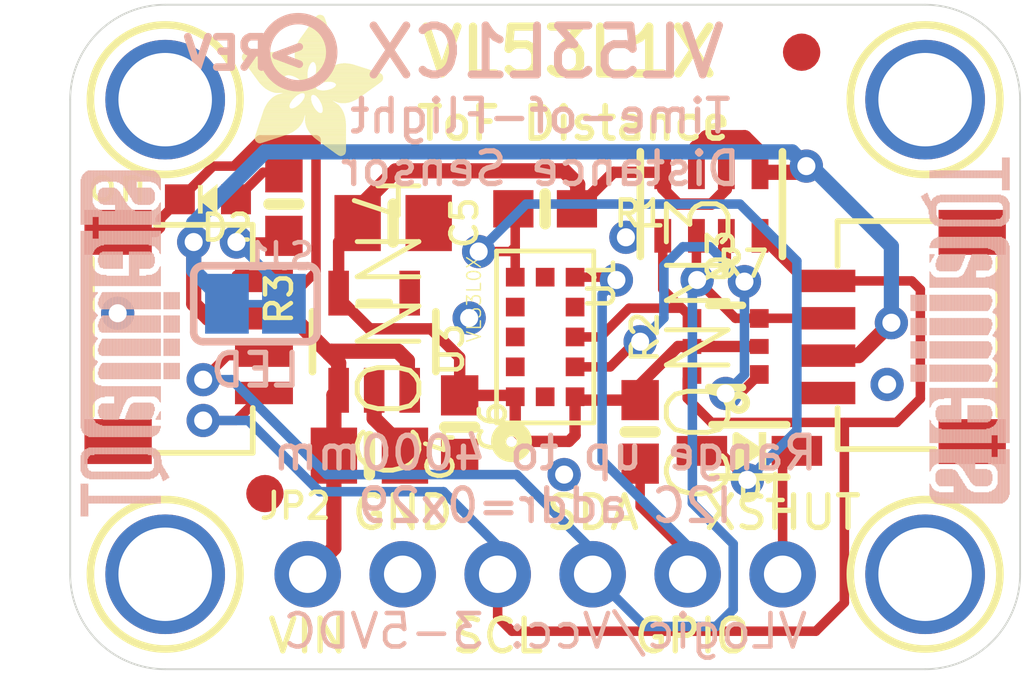
<source format=kicad_pcb>
(kicad_pcb (version 20211014) (generator pcbnew)
  (layers (0 "F.Cu" signal) (31 "B.Cu" signal) (34 "B.Paste" user) (35 "F.Paste" user) (36 "B.SilkS" user "B.Silkscreen") (37 "F.SilkS" user "F.Silkscreen") (38 "B.Mask" user) (39 "F.Mask" user) (44 "Edge.Cuts" user))
  (net 0 "")
  (net 1 "SDA")
  (net 2 "SCL")
  (net 3 "GND")
  (net 4 "GPIO")
  (net 5 "XSHUT")
  (net 6 "XSHUT_2.8V")
  (net 7 "2.8V")
  (net 8 "SCL_3V")
  (net 9 "SDA_3V")
  (net 10 "VCC")
  (net 11 "N$1")
  (net 12 "N$2")
  (footprint "boardEagle:0805-NO" (layer "F.Cu") (at 144.4371 101.9556)
    (fp_text reference "C5" (at 1.905 -0.762 90) (layer "F.SilkS") (effects (font (size 0.692831 0.692831) (thickness 0.119969)) (justify right)))
    (fp_text value "10uF")
    (pad "1" smd rect (at -0.95 0) (size 1.24 1.5) (layers "F.Cu" "F.Paste" "F.Mask") (net 7 "2.8V"))
    (pad "2" smd rect (at 0.95 0) (size 1.24 1.5) (layers "F.Cu" "F.Paste" "F.Mask") (net 3 "GND"))
  )
  (footprint "boardEagle:RESPACK_4X0603" (layer "F.Cu") (at 152.9461 101.4476 180)
    (fp_text reference "R7" (at -1.6 -1.6) (layer "F.SilkS") (effects (font (size 0.692831 0.692831) (thickness 0.119969)) (justify right)))
    (fp_text value "10K")
    (pad "1" smd rect (at -1.3 0.85 180) (size 0.45 0.9) (layers "F.Cu" "F.Paste" "F.Mask") (net 10 "VCC"))
    (pad "2" smd rect (at -0.4 0.85 180) (size 0.45 0.9) (layers "F.Cu" "F.Paste" "F.Mask") (net 7 "2.8V"))
    (pad "3" smd rect (at 0.4 0.85 180) (size 0.45 0.9) (layers "F.Cu" "F.Paste" "F.Mask") (net 10 "VCC"))
    (pad "4" smd rect (at 1.3 0.85 180) (size 0.45 0.9) (layers "F.Cu" "F.Paste" "F.Mask") (net 7 "2.8V"))
    (pad "5" smd rect (at 1.3 -0.85 180) (size 0.45 0.9) (layers "F.Cu" "F.Paste" "F.Mask") (net 9 "SDA_3V"))
    (pad "6" smd rect (at 0.4 -0.85 180) (size 0.45 0.9) (layers "F.Cu" "F.Paste" "F.Mask") (net 1 "SDA"))
    (pad "7" smd rect (at -0.4 -0.85 180) (size 0.45 0.9) (layers "F.Cu" "F.Paste" "F.Mask") (net 8 "SCL_3V"))
    (pad "8" smd rect (at -1.3 -0.85 180) (size 0.45 0.9) (layers "F.Cu" "F.Paste" "F.Mask") (net 2 "SCL"))
  )
  (footprint "boardEagle:0603-NO" (layer "F.Cu") (at 151.0411 107.5436 90)
    (fp_text reference "R2" (at 1.778 0.127 90) (layer "F.SilkS") (effects (font (size 0.692831 0.692831) (thickness 0.119969)) (justify left)))
    (fp_text value "10K")
    (pad "1" smd rect (at -0.85 0 90) (size 1.075 1) (layers "F.Cu" "F.Paste" "F.Mask") (net 4 "GPIO"))
    (pad "2" smd rect (at 0.85 0 90) (size 1.075 1) (layers "F.Cu" "F.Paste" "F.Mask") (net 7 "2.8V"))
  )
  (footprint "boardEagle:0603-NO" (layer "F.Cu") (at 146.2151 107.4166 -90)
    (fp_text reference "C6" (at -0.762 -0.889 90) (layer "F.SilkS") (effects (font (size 0.692831 0.692831) (thickness 0.119969)) (justify right)))
    (fp_text value "0.1uF")
    (pad "1" smd rect (at -0.85 0 270) (size 1.075 1) (layers "F.Cu" "F.Paste" "F.Mask") (net 7 "2.8V"))
    (pad "2" smd rect (at 0.85 0 270) (size 1.075 1) (layers "F.Cu" "F.Paste" "F.Mask") (net 3 "GND"))
  )
  (footprint "boardEagle:0603-NO" (layer "F.Cu") (at 148.5011 101.5746)
    (fp_text reference "R1" (at 1.778 0.127) (layer "F.SilkS") (effects (font (size 0.692831 0.692831) (thickness 0.119969)) (justify left)))
    (fp_text value "10K")
    (pad "1" smd rect (at -0.85 0) (size 1.075 1) (layers "F.Cu" "F.Paste" "F.Mask") (net 6 "XSHUT_2.8V"))
    (pad "2" smd rect (at 0.85 0) (size 1.075 1) (layers "F.Cu" "F.Paste" "F.Mask") (net 7 "2.8V"))
  )
  (footprint "boardEagle:CHIPLED_0603_NOOUTLINE" (layer "F.Cu") (at 139.4841 101.3206 90)
    (fp_text reference "D2" (at -0.762 1.27) (layer "F.SilkS") (effects (font (size 0.692831 0.692831) (thickness 0.119969)) (justify right)))
    (fp_text value "GREEN")
    (pad "A" smd rect (at 0 0.75 90) (size 0.8 0.8) (layers "F.Cu" "F.Paste" "F.Mask") (net 11 "N$1"))
    (pad "C" smd rect (at 0 -0.75 90) (size 0.8 0.8) (layers "F.Cu" "F.Paste" "F.Mask") (net 3 "GND"))
  )
  (footprint "boardEagle:FIDUCIAL_1MM" (layer "F.Cu") (at 155.3591 97.3836)
    (fp_text reference "FID4" hide)
    (fp_text value "FIDUCIAL_1MM" hide)
    (pad "1" smd roundrect (at 0 0) (size 1 1) (layers "F.Cu" "F.Mask") (roundrect_rratio 0.5))
  )
  (footprint "boardEagle:JST_SH4" (layer "F.Cu") (at 158.5341 105.0036 90)
    (fp_text reference "CONN3" (at -4.6 -5.9 90) (layer "F.SilkS") (effects (font (size 1.647139 1.647139) (thickness 0.130861)) (justify left)))
    (fp_text value "STEMMA_I2C_QT" hide)
    (pad "1" smd rect (at -1.5 -2.514 180) (size 1.55 0.6) (layers "F.Cu" "F.Paste" "F.Mask") (net 3 "GND"))
    (pad "2" smd rect (at -0.5 -2.514 180) (size 1.55 0.6) (layers "F.Cu" "F.Paste" "F.Mask") (net 10 "VCC"))
    (pad "3" smd rect (at 0.5 -2.514 180) (size 1.55 0.6) (layers "F.Cu" "F.Paste" "F.Mask") (net 1 "SDA"))
    (pad "4" smd rect (at 1.5 -2.514 180) (size 1.55 0.6) (layers "F.Cu" "F.Paste" "F.Mask") (net 2 "SCL"))
    (pad "MT1" smd rect (at -2.8 1.386 180) (size 1.8 1.2) (layers "F.Cu" "F.Paste" "F.Mask") (net 3 "GND"))
    (pad "MT2" smd rect (at 2.8 1.386 180) (size 1.8 1.2) (layers "F.Cu" "F.Paste" "F.Mask") (net 3 "GND"))
  )
  (footprint "boardEagle:0805-NO" (layer "F.Cu") (at 143.8021 108.1786)
    (fp_text reference "C4" (at 1.905 -0.762 90) (layer "F.SilkS") (effects (font (size 0.692831 0.692831) (thickness 0.119969)) (justify right)))
    (fp_text value "10uF")
    (pad "1" smd rect (at -0.95 0) (size 1.24 1.5) (layers "F.Cu" "F.Paste" "F.Mask") (net 10 "VCC"))
    (pad "2" smd rect (at 0.95 0) (size 1.24 1.5) (layers "F.Cu" "F.Paste" "F.Mask") (net 3 "GND"))
  )
  (footprint "boardEagle:FIDUCIAL_1MM" (layer "F.Cu") (at 141.0081 109.1946)
    (fp_text reference "FID1" hide)
    (fp_text value "FIDUCIAL_1MM" hide)
    (pad "1" smd roundrect (at 0 0) (size 1 1) (layers "F.Cu" "F.Mask") (roundrect_rratio 0.5))
  )
  (footprint "boardEagle:1X06_ROUND_70" (layer "F.Cu") (at 148.5011 111.3536)
    (fp_text reference "JP2" (at -7.6962 -1.8288) (layer "F.SilkS") (effects (font (size 0.692831 0.692831) (thickness 0.119969)) (justify left)))
    (fp_text value "")
    (pad "1" thru_hole circle (at -6.35 0 90) (size 1.778 1.778) (drill 1) (layers *.Cu *.Mask) (net 10 "VCC"))
    (pad "2" thru_hole circle (at -3.81 0 90) (size 1.778 1.778) (drill 1) (layers *.Cu *.Mask) (net 3 "GND"))
    (pad "3" thru_hole circle (at -1.27 0 90) (size 1.778 1.778) (drill 1) (layers *.Cu *.Mask) (net 2 "SCL"))
    (pad "4" thru_hole circle (at 1.27 0 90) (size 1.778 1.778) (drill 1) (layers *.Cu *.Mask) (net 1 "SDA"))
    (pad "5" thru_hole circle (at 3.81 0 90) (size 1.778 1.778) (drill 1) (layers *.Cu *.Mask) (net 4 "GPIO"))
    (pad "6" thru_hole circle (at 6.35 0 90) (size 1.778 1.778) (drill 1) (layers *.Cu *.Mask) (net 5 "XSHUT"))
  )
  (footprint "boardEagle:LGA12_ST" (layer "F.Cu") (at 148.5011 105.0036 -90)
    (fp_text reference "U1" (at -2.2 -1.5 90) (layer "F.SilkS") (effects (font (size 0.692831 0.692831) (thickness 0.119969)) (justify right)))
    (fp_text value "VL53L0X" (at -2.2 1.9 90) (layer "F.SilkS") (effects (font (size 0.369824 0.369824) (thickness 0.036576)) (justify right)))
    (pad "1" smd rect (at 1.6 0.8 270) (size 0.5 0.5) (layers "F.Cu" "F.Paste" "F.Mask") (net 7 "2.8V"))
    (pad "2" smd rect (at 0.8 0.8 270) (size 0.5 0.5) (layers "F.Cu" "F.Paste" "F.Mask") (net 3 "GND"))
    (pad "3" smd rect (at 0 0.8 270) (size 0.5 0.5) (layers "F.Cu" "F.Paste" "F.Mask") (net 3 "GND"))
    (pad "4" smd rect (at -0.8 0.8 270) (size 0.5 0.5) (layers "F.Cu" "F.Paste" "F.Mask") (net 3 "GND"))
    (pad "5" smd rect (at -1.6 0.8 270) (size 0.5 0.5) (layers "F.Cu" "F.Paste" "F.Mask") (net 6 "XSHUT_2.8V"))
    (pad "6" smd rect (at -1.6 0 270) (size 0.5 0.5) (layers "F.Cu" "F.Paste" "F.Mask") (net 3 "GND"))
    (pad "7" smd rect (at -1.6 -0.8 270) (size 0.5 0.5) (layers "F.Cu" "F.Paste" "F.Mask") (net 4 "GPIO"))
    (pad "8" smd rect (at -0.8 -0.8 270) (size 0.5 0.5) (layers "F.Cu" "F.Paste" "F.Mask"))
    (pad "9" smd rect (at 0 -0.8 270) (size 0.5 0.5) (layers "F.Cu" "F.Paste" "F.Mask") (net 9 "SDA_3V"))
    (pad "10" smd rect (at 0.8 -0.8 270) (size 0.5 0.5) (layers "F.Cu" "F.Paste" "F.Mask") (net 8 "SCL_3V"))
    (pad "11" smd rect (at 1.6 -0.8 270) (size 0.5 0.5) (layers "F.Cu" "F.Paste" "F.Mask") (net 7 "2.8V"))
    (pad "12" smd rect (at 1.6 0 270) (size 0.5 0.5) (layers "F.Cu" "F.Paste" "F.Mask") (net 3 "GND"))
  )
  (footprint "boardEagle:SOT363" (layer "F.Cu") (at 153.3271 105.2576 90)
    (fp_text reference "Q3" (at 1.651 -0.127 90) (layer "F.SilkS") (effects (font (size 0.692831 0.692831) (thickness 0.119969)) (justify left)))
    (fp_text value "BSS138")
    (pad "1" smd rect (at -0.75 0.9 90) (size 0.5 0.5) (layers "F.Cu" "F.Paste" "F.Mask") (net 8 "SCL_3V"))
    (pad "2" smd rect (at 0 0.9 90) (size 0.4 0.5) (layers "F.Cu" "F.Paste" "F.Mask") (net 7 "2.8V"))
    (pad "3" smd rect (at 0.75 0.9 90) (size 0.5 0.5) (layers "F.Cu" "F.Paste" "F.Mask") (net 1 "SDA"))
    (pad "4" smd rect (at 0.75 -0.9 90) (size 0.5 0.5) (layers "F.Cu" "F.Paste" "F.Mask") (net 9 "SDA_3V"))
    (pad "5" smd rect (at 0 -0.9 90) (size 0.4 0.5) (layers "F.Cu" "F.Paste" "F.Mask") (net 7 "2.8V"))
    (pad "6" smd rect (at -0.75 -0.9 90) (size 0.5 0.5) (layers "F.Cu" "F.Paste" "F.Mask") (net 2 "SCL"))
  )
  (footprint "boardEagle:MOUNTINGHOLE_2.5_PLATED" (layer "F.Cu") (at 138.3411 111.3536)
    (fp_text reference "U$33" hide)
    (fp_text value "MOUNTINGHOLE2.5" hide)
    (pad "P$1" thru_hole circle (at 0 0) (size 3.2 3.2) (drill 2.5) (layers *.Cu *.Mask))
  )
  (footprint "boardEagle:ADAFRUIT_3.5MM" (layer "F.Cu") (at 140.3731 100.1776)
    (fp_text reference "U$36" hide)
    (fp_text value "" hide)
  )
  (footprint "boardEagle:JST_SH4" (layer "F.Cu") (at 138.4681 105.0036 -90)
    (fp_text reference "CONN4" (at -4.6 -5.9 90) (layer "F.SilkS") (effects (font (size 1.647139 1.647139) (thickness 0.130861)) (justify right)))
    (fp_text value "STEMMA_I2C_QT" hide)
    (pad "1" smd rect (at -1.5 -2.514) (size 1.55 0.6) (layers "F.Cu" "F.Paste" "F.Mask") (net 3 "GND"))
    (pad "2" smd rect (at -0.5 -2.514) (size 1.55 0.6) (layers "F.Cu" "F.Paste" "F.Mask") (net 10 "VCC"))
    (pad "3" smd rect (at 0.5 -2.514) (size 1.55 0.6) (layers "F.Cu" "F.Paste" "F.Mask") (net 1 "SDA"))
    (pad "4" smd rect (at 1.5 -2.514) (size 1.55 0.6) (layers "F.Cu" "F.Paste" "F.Mask") (net 2 "SCL"))
    (pad "MT1" smd rect (at -2.8 1.386) (size 1.8 1.2) (layers "F.Cu" "F.Paste" "F.Mask") (net 3 "GND"))
    (pad "MT2" smd rect (at 2.8 1.386) (size 1.8 1.2) (layers "F.Cu" "F.Paste" "F.Mask") (net 3 "GND"))
  )
  (footprint "boardEagle:0603-NO" (layer "F.Cu") (at 141.5161 101.4476 -90)
    (fp_text reference "R3" (at 1.778 0.127 90) (layer "F.SilkS") (effects (font (size 0.692831 0.692831) (thickness 0.119969)) (justify right)))
    (fp_text value "10K")
    (pad "1" smd rect (at -0.85 0 270) (size 1.075 1) (layers "F.Cu" "F.Paste" "F.Mask") (net 11 "N$1"))
    (pad "2" smd rect (at 0.85 0 270) (size 1.075 1) (layers "F.Cu" "F.Paste" "F.Mask") (net 12 "N$2"))
  )
  (footprint "boardEagle:MOUNTINGHOLE_2.5_PLATED" (layer "F.Cu") (at 158.6611 98.6536)
    (fp_text reference "U$31" hide)
    (fp_text value "MOUNTINGHOLE2.5" hide)
    (pad "P$1" thru_hole circle (at 0 0) (size 3.2 3.2) (drill 2.5) (layers *.Cu *.Mask))
  )
  (footprint "boardEagle:MOUNTINGHOLE_2.5_PLATED" (layer "F.Cu") (at 158.6611 111.3536)
    (fp_text reference "U$34" hide)
    (fp_text value "MOUNTINGHOLE2.5" hide)
    (pad "P$1" thru_hole circle (at 0 0) (size 3.2 3.2) (drill 2.5) (layers *.Cu *.Mask))
  )
  (footprint "boardEagle:MOUNTINGHOLE_2.5_PLATED" (layer "F.Cu") (at 138.3411 98.6536)
    (fp_text reference "U$30" hide)
    (fp_text value "MOUNTINGHOLE2.5" hide)
    (pad "P$1" thru_hole circle (at 0 0) (size 3.2 3.2) (drill 2.5) (layers *.Cu *.Mask))
  )
  (footprint "boardEagle:SOD-323" (layer "F.Cu") (at 153.9621 108.0516 180)
    (fp_text reference "D1" (at -1.1 -1) (layer "F.SilkS") (effects (font (size 0.692831 0.692831) (thickness 0.119969)) (justify right)))
    (fp_text value "1N4148")
    (pad "A" smd rect (at 1.27 0 180) (size 1.35 0.8) (layers "F.Cu" "F.Paste" "F.Mask") (net 6 "XSHUT_2.8V"))
    (pad "C" smd rect (at -1.27 0 180) (size 1.35 0.8) (layers "F.Cu" "F.Paste" "F.Mask") (net 5 "XSHUT"))
  )
  (footprint "boardEagle:SOT23-5" (layer "F.Cu") (at 143.9291 105.1306)
    (fp_text reference "U3" (at 2.032 -0.562 90) (layer "F.SilkS") (effects (font (size 0.692831 0.692831) (thickness 0.119969)) (justify right)))
    (fp_text value "LP5907-2.8")
    (pad "1" smd rect (at -0.95 1.3001) (size 0.55 1.2) (layers "F.Cu" "F.Paste" "F.Mask") (net 10 "VCC"))
    (pad "2" smd rect (at 0 1.3001) (size 0.55 1.2) (layers "F.Cu" "F.Paste" "F.Mask") (net 3 "GND"))
    (pad "3" smd rect (at 0.95 1.3001) (size 0.55 1.2) (layers "F.Cu" "F.Paste" "F.Mask") (net 10 "VCC"))
    (pad "4" smd rect (at 0.95 -1.3001) (size 0.55 1.2) (layers "F.Cu" "F.Paste" "F.Mask"))
    (pad "5" smd rect (at -0.95 -1.3001) (size 0.55 1.2) (layers "F.Cu" "F.Paste" "F.Mask") (net 7 "2.8V"))
  )
  (footprint "boardEagle:PCBFEAT-REV-040" (layer "B.Cu") (at 141.8971 97.3836 180)
    (fp_text reference "U$37" hide)
    (fp_text value "" hide)
    (fp_text user ">REV" (at -0.3556 -0.508) (layer "B.SilkS") (effects (font (size 0.8128 0.8128) (thickness 0.2032)) (justify left bottom mirror)))
  )
  (footprint "boardEagle:SOLDERJUMPER_CLOSEDWIRE" (layer "B.Cu") (at 140.7541 104.1146 180)
    (fp_text reference "SJ1" (at -1.651 1.27) (layer "B.SilkS") (effects (font (size 0.692831 0.692831) (thickness 0.119969)) (justify left mirror)))
    (fp_text value "")
    (pad "1" smd rect (at -0.762 0 180) (size 1.1684 1.6002) (layers "B.Cu") (net 12 "N$2"))
    (pad "2" smd rect (at 0.762 0 180) (size 1.1684 1.6002) (layers "B.Cu") (net 10 "VCC"))
    (pad "WIRE" smd rect (at 0 0) (size 0.635 0.2032) (layers "B.Cu"))
  )
  (footprint "boardEagle:STEMMAQT" (layer "B.Cu") (at 158.2801 109.4486 90)
    (fp_text reference "U$38" hide)
    (fp_text value "" hide)
  )
  (footprint "boardEagle:STEMMAQT" (layer "B.Cu") (at 138.7221 100.5586 -90)
    (fp_text reference "U$39" hide)
    (fp_text value "" hide)
  )
  (gr_line (start 135.8011 98.6536) (end 135.8011 111.3536) (layer "Edge.Cuts") (width 0.05))
  (gr_line (start 158.6611 96.1136) (end 138.3411 96.1136) (layer "Edge.Cuts") (width 0.05))
  (gr_line (start 161.2011 111.3536) (end 161.2011 98.6536) (layer "Edge.Cuts") (width 0.05))
  (gr_line (start 138.3411 113.8936) (end 158.6611 113.8936) (layer "Edge.Cuts") (width 0.05))
  (gr_arc (start 158.6611 96.1136) (mid 160.457151 96.857549) (end 161.2011 98.6536) (layer "Edge.Cuts") (width 0.05))
  (gr_arc (start 138.3411 113.8936) (mid 136.545049 113.149651) (end 135.8011 111.3536) (layer "Edge.Cuts") (width 0.05))
  (gr_arc (start 135.8011 98.6536) (mid 136.545049 96.857549) (end 138.3411 96.1136) (layer "Edge.Cuts") (width 0.05))
  (gr_arc (start 161.2011 111.3536) (mid 160.457151 113.149651) (end 158.6611 113.8936) (layer "Edge.Cuts") (width 0.05))
  (gr_text "VL53L1CX" (at 148.5011 97.3836) (layer "B.SilkS") (effects (font (size 1.31064 1.31064) (thickness 0.21336)) (justify mirror)))
  (gr_text "VLogic/Vcc: 3-5VDC" (at 148.5011 112.8776) (layer "B.SilkS") (effects (font (size 0.89408 0.89408) (thickness 0.12192)) (justify mirror)))
  (gr_text "Range up to 4000mm\nI2C addr=0x29" (at 148.5011 108.8136) (layer "B.SilkS") (effects (font (size 0.87376 0.87376) (thickness 0.14224)) (justify mirror)))
  (gr_text "LED" (at 140.7541 105.8926) (layer "B.SilkS") (effects (font (size 0.87376 0.87376) (thickness 0.14224)) (justify mirror)))
  (gr_text "Time-of-Flight\nDistance Sensor" (at 148.3741 99.7966) (layer "B.SilkS") (effects (font (size 0.87376 0.87376) (thickness 0.14224)) (justify mirror)))
  (gr_text "GND" (at 144.6911 109.7026) (layer "F.SilkS") (effects (font (size 0.87376 0.87376) (thickness 0.14224))))
  (gr_text "SDA" (at 149.7711 109.7026) (layer "F.SilkS") (effects (font (size 0.87376 0.87376) (thickness 0.14224))))
  (gr_text "SCL" (at 147.2311 113.0046) (layer "F.SilkS") (effects (font (size 0.87376 0.87376) (thickness 0.14224))))
  (gr_text "GPIO" (at 152.4381 113.0046) (layer "F.SilkS") (effects (font (size 0.87376 0.87376) (thickness 0.14224))))
  (gr_text "VIN" (at 142.1511 113.0046) (layer "F.SilkS") (effects (font (size 0.87376 0.87376) (thickness 0.14224))))
  (gr_text "on" (at 136.1821 101.4476) (layer "F.SilkS") (effects (font (size 0.89408 0.89408) (thickness 0.12192)) (justify left bottom)))
  (gr_text "VL53L1X" (at 149.1361 97.3836) (layer "F.SilkS") (effects (font (size 1.25222 1.25222) (thickness 0.22098))))
  (gr_text "XSHUT" (at 154.8511 109.7026) (layer "F.SilkS") (effects (font (size 0.87376 0.87376) (thickness 0.14224))))
  (gr_text "ToF Distance" (at 149.2631 99.2886) (layer "F.SilkS") (effects (font (size 0.8636 0.8636) (thickness 0.1524))))
  (segment (start 140.9821 105.5036) (end 140.0001 105.5036) (width 0.254) (layer "F.Cu") (net 1))
  (segment (start 140.0001 105.5036) (end 139.3571 106.1466) (width 0.254) (layer "F.Cu") (net 1))
  (segment (start 152.5651 103.4796) (end 153.5891 104.5036) (width 0.254) (layer "F.Cu") (net 1))
  (segment (start 152.5461 102.2976) (end 152.5461 103.4606) (width 0.254) (layer "F.Cu") (net 1))
  (segment (start 152.5461 103.4606) (end 152.5651 103.4796) (width 0.254) (layer "F.Cu") (net 1))
  (segment (start 153.5891 104.5036) (end 154.2311 104.5036) (width 0.254) (layer "F.Cu") (net 1))
  (segment (start 154.2311 104.5036) (end 156.0201 104.5036) (width 0.254) (layer "F.Cu") (net 1))
  (segment (start 154.2271 104.5076) (end 154.2311 104.5036) (width 0.254) (layer "F.Cu") (net 1))
  (via (at 152.5651 103.4796) (size 0.889) (drill 0.4826) (layers "F.Cu" "B.Cu") (net 1))
  (via (at 139.3571 106.1466) (size 0.889) (drill 0.4826) (layers "F.Cu" "B.Cu") (net 1))
  (segment (start 153.5303 110.5408) (end 152.4381 109.4486) (width 0.254) (layer "B.Cu") (net 1))
  (segment (start 142.6591 108.6866) (end 147.7391 108.6866) (width 0.254) (layer "B.Cu") (net 1))
  (segment (start 153.5303 112.2934) (end 153.5303 110.5408) (width 0.254) (layer "B.Cu") (net 1))
  (segment (start 139.3571 106.1466) (end 140.1191 106.1466) (width 0.254) (layer "B.Cu") (net 1))
  (segment (start 152.5651 103.7336) (end 152.4381 103.8606) (width 0.254) (layer "B.Cu") (net 1))
  (segment (start 149.7711 110.7186) (end 149.7711 111.3536) (width 0.254) (layer "B.Cu") (net 1))
  (segment (start 142.6591 108.6866) (end 140.1191 106.1466) (width 0.254) (layer "B.Cu") (net 1))
  (segment (start 149.7711 111.3536) (end 151.1681 112.7506) (width 0.254) (layer "B.Cu") (net 1))
  (segment (start 152.4381 103.8606) (end 152.4381 109.4486) (width 0.254) (layer "B.Cu") (net 1))
  (segment (start 151.1681 112.7506) (end 153.0731 112.7506) (width 0.254) (layer "B.Cu") (net 1))
  (segment (start 152.5651 103.4796) (end 152.5651 103.7336) (width 0.254) (layer "B.Cu") (net 1))
  (segment (start 153.0731 112.7506) (end 153.5303 112.2934) (width 0.254) (layer "B.Cu") (net 1))
  (segment (start 147.7391 108.6866) (end 149.7711 110.7186) (width 0.254) (layer "B.Cu") (net 1))
  (segment (start 152.3001 106.1346) (end 152.3001 106.6436) (width 0.254) (layer "F.Cu") (net 2))
  (segment (start 157.8991 107.2896) (end 158.5341 106.6546) (width 0.254) (layer "F.Cu") (net 2))
  (segment (start 158.3041 103.5036) (end 156.0201 103.5036) (width 0.254) (layer "F.Cu") (net 2))
  (segment (start 147.6121 112.8776) (end 147.2311 112.4966) (width 0.254) (layer "F.Cu") (net 2))
  (segment (start 140.9821 106.5036) (end 140.2469 107.2388) (width 0.254) (layer "F.Cu") (net 2))
  (segment (start 152.4271 106.0076) (end 152.3001 106.1346) (width 0.254) (layer "F.Cu") (net 2))
  (segment (start 155.4521 103.5036) (end 156.0201 103.5036) (width 0.254) (layer "F.Cu") (net 2))
  (segment (start 158.5341 106.6546) (end 158.5341 103.7336) (width 0.254) (layer "F.Cu") (net 2))
  (segment (start 155.7401 112.8776) (end 147.6121 112.8776) (width 0.254) (layer "F.Cu") (net 2))
  (segment (start 140.2469 107.2388) (end 139.3571 107.2388) (width 0.254) (layer "F.Cu") (net 2))
  (segment (start 147.2311 112.4966) (end 147.2311 111.3536) (width 0.254) (layer "F.Cu") (net 2))
  (segment (start 158.5341 103.7336) (end 158.3041 103.5036) (width 0.254) (layer "F.Cu") (net 2))
  (segment (start 156.5021 112.1156) (end 155.7401 112.8776) (width 0.254) (layer "F.Cu") (net 2))
  (segment (start 152.3001 106.6436) (end 152.9461 107.2896) (width 0.254) (layer "F.Cu") (net 2))
  (segment (start 156.5021 107.2896) (end 156.5021 112.1156) (width 0.254) (layer "F.Cu") (net 2))
  (segment (start 154.2461 102.2976) (end 155.4521 103.5036) (width 0.254) (layer "F.Cu") (net 2))
  (segment (start 152.9461 107.2896) (end 156.5021 107.2896) (width 0.254) (layer "F.Cu") (net 2))
  (segment (start 156.5021 107.2896) (end 157.8991 107.2896) (width 0.254) (layer "F.Cu") (net 2))
  (via (at 139.3571 107.2388) (size 0.889) (drill 0.4826) (layers "F.Cu" "B.Cu") (net 2))
  (segment (start 145.7833 109.1438) (end 147.2311 110.5916) (width 0.254) (layer "B.Cu") (net 2))
  (segment (start 142.469718 109.1438) (end 145.7833 109.1438) (width 0.254) (layer "B.Cu") (net 2))
  (segment (start 147.2311 110.5916) (end 147.2311 111.3536) (width 0.254) (layer "B.Cu") (net 2))
  (segment (start 142.469718 109.1438) (end 140.564718 107.2388) (width 0.254) (layer "B.Cu") (net 2))
  (segment (start 139.3571 107.2388) (end 140.564718 107.2388) (width 0.254) (layer "B.Cu") (net 2))
  (segment (start 138.7341 101.3206) (end 139.6231 100.4316) (width 0.254) (layer "F.Cu") (net 3))
  (segment (start 140.8311 103.3526) (end 140.9821 103.5036) (width 0.254) (layer "F.Cu") (net 3))
  (segment (start 143.9291 107.184438) (end 144.7521 108.007438) (width 0.4064) (layer "F.Cu") (net 3))
  (segment (start 142.3739 103.2568) (end 142.0241 103.6066) (width 0.254) (layer "F.Cu") (net 3))
  (segment (start 140.2461 103.3526) (end 140.8311 103.3526) (width 0.254) (layer "F.Cu") (net 3))
  (segment (start 140.5001 103.6066) (end 140.2461 103.3526) (width 0.254) (layer "F.Cu") (net 3))
  (segment (start 138.0931 102.2036) (end 137.0821 102.2036) (width 0.254) (layer "F.Cu") (net 3))
  (segment (start 142.0241 103.6066) (end 140.5001 103.6066) (width 0.254) (layer "F.Cu") (net 3))
  (segment (start 142.3739 99.7299) (end 142.3739 103.2568) (width 0.254) (layer "F.Cu") (net 3))
  (segment (start 140.177625 100.4316) (end 140.879325 99.7299) (width 0.254) (layer "F.Cu") (net 3))
  (segment (start 138.7341 101.3206) (end 138.2141 101.8406) (width 0.254) (layer "F.Cu") (net 3))
  (segment (start 139.6231 100.4316) (end 140.177625 100.4316) (width 0.254) (layer "F.Cu") (net 3))
  (segment (start 138.2141 101.8406) (end 138.2141 102.0826) (width 0.254) (layer "F.Cu") (net 3))
  (segment (start 140.879325 99.7299) (end 142.3739 99.7299) (width 0.254) (layer "F.Cu") (net 3))
  (segment (start 143.9291 106.4307) (end 143.9291 107.184438) (width 0.4064) (layer "F.Cu") (net 3))
  (segment (start 144.7521 108.007438) (end 144.7521 108.1786) (width 0.4064) (layer "F.Cu") (net 3))
  (segment (start 138.2141 102.0826) (end 138.0931 102.2036) (width 0.254) (layer "F.Cu") (net 3))
  (via (at 149.0091 108.6866) (size 0.889) (drill 0.4826) (layers "F.Cu" "B.Cu") (net 3))
  (via (at 146.4691 104.4956) (size 0.889) (drill 0.4826) (layers "F.Cu" "B.Cu") (net 3))
  (via (at 157.6451 106.2736) (size 0.889) (drill 0.4826) (layers "F.Cu" "B.Cu") (net 3))
  (via (at 150.6601 102.3366) (size 0.889) (drill 0.4826) (layers "F.Cu" "B.Cu") (net 3))
  (via (at 137.0711 104.3686) (size 0.889) (drill 0.4826) (layers "F.Cu" "B.Cu") (net 3))
  (segment (start 152.3111 110.8066) (end 152.3111 111.3536) (width 0.254) (layer "F.Cu") (net 4))
  (segment (start 149.3011 103.4036) (end 150.3301 103.4036) (width 0.254) (layer "F.Cu") (net 4))
  (segment (start 151.0411 108.3936) (end 151.0411 109.5366) (width 0.254) (layer "F.Cu") (net 4))
  (segment (start 152.3111 110.8066) (end 151.0411 109.5366) (width 0.254) (layer "F.Cu") (net 4))
  (segment (start 150.3301 103.4036) (end 150.4061 103.4796) (width 0.254) (layer "F.Cu") (net 4))
  (via (at 150.4061 103.4796) (size 0.889) (drill 0.4826) (layers "F.Cu" "B.Cu") (net 4))
  (segment (start 150.0251 103.8606) (end 150.0251 108.3056) (width 0.254) (layer "B.Cu") (net 4))
  (segment (start 152.3111 110.5916) (end 152.3111 111.3536) (width 0.254) (layer "B.Cu") (net 4))
  (segment (start 150.0251 108.3056) (end 152.3111 110.5916) (width 0.254) (layer "B.Cu") (net 4))
  (segment (start 150.4061 103.4796) (end 150.0251 103.8606) (width 0.254) (layer "B.Cu") (net 4))
  (segment (start 154.8511 111.3536) (end 154.8511 108.4326) (width 0.254) (layer "F.Cu") (net 5))
  (segment (start 154.8511 108.4326) (end 155.2321 108.0516) (width 0.254) (layer "F.Cu") (net 5))
  (segment (start 147.7011 101.6246) (end 147.6511 101.5746) (width 0.254) (layer "F.Cu") (net 6))
  (segment (start 153.1347 108.0516) (end 152.6921 108.0516) (width 0.254) (layer "F.Cu") (net 6))
  (segment (start 153.9094 108.8263) (end 153.1347 108.0516) (width 0.254) (layer "F.Cu") (net 6))
  (segment (start 147.5741 102.7176) (end 146.7231 102.7176) (width 0.254) (layer "F.Cu") (net 6))
  (segment (start 147.7011 103.4036) (end 147.7011 102.5906) (width 0.254) (layer "F.Cu") (net 6))
  (segment (start 147.7011 102.5906) (end 147.7011 101.6246) (width 0.254) (layer "F.Cu") (net 6))
  (segment (start 147.7011 102.5906) (end 147.5741 102.7176) (width 0.254) (layer "F.Cu") (net 6))
  (via (at 153.9094 108.8263) (size 0.889) (drill 0.4826) (layers "F.Cu" "B.Cu") (net 6))
  (via (at 146.7231 102.7176) (size 0.889) (drill 0.4826) (layers "F.Cu" "B.Cu") (net 6))
  (segment (start 153.7081 101.4476) (end 155.2321 102.9716) (width 0.254) (layer "B.Cu") (net 6))
  (segment (start 146.7231 102.7176) (end 147.9931 101.4476) (width 0.254) (layer "B.Cu") (net 6))
  (segment (start 155.2321 107.5036) (end 153.9094 108.8263) (width 0.254) (layer "B.Cu") (net 6))
  (segment (start 155.2321 102.9716) (end 155.2321 107.5036) (width 0.254) (layer "B.Cu") (net 6))
  (segment (start 147.9931 101.4476) (end 153.7081 101.4476) (width 0.254) (layer "B.Cu") (net 6))
  (segment (start 152.9461 101.4476) (end 152.0571 101.4476) (width 0.3048) (layer "F.Cu") (net 7))
  (segment (start 142.9791 102.4636) (end 143.4871 101.9556) (width 0.3048) (layer "F.Cu") (net 7))
  (segment (start 150.9141 106.4006) (end 150.9141 106.6936) (width 0.3048) (layer "F.Cu") (net 7))
  (segment (start 147.9931 107.7976) (end 149.1361 107.7976) (width 0.3048) (layer "F.Cu") (net 7))
  (segment (start 153.3461 101.0476) (end 152.9461 101.4476) (width 0.3048) (layer "F.Cu") (net 7))
  (segment (start 144.5031 100.5586) (end 149.0091 100.5586) (width 0.4064) (layer "F.Cu") (net 7))
  (segment (start 152.4271 105.2576) (end 154.2271 105.2576) (width 0.3048) (layer "F.Cu") (net 7))
  (segment (start 152.4271 105.2576) (end 152.0571 105.2576) (width 0.3048) (layer "F.Cu") (net 7))
  (segment (start 149.3511 101.5746) (end 149.3706 101.5551) (width 0.3048) (layer "F.Cu") (net 7))
  (segment (start 146.2151 105.5481) (end 146.2151 106.5666) (width 0.3048) (layer "F.Cu") (net 7))
  (segment (start 149.3011 107.6326) (end 149.3011 106.6036) (width 0.3048) (layer "F.Cu") (net 7))
  (segment (start 149.3706 100.9201) (end 149.3706 101.5551) (width 0.4064) (layer "F.Cu") (net 7))
  (segment (start 145.4531 104.7861) (end 146.2151 105.5481) (width 0.3048) (layer "F.Cu") (net 7))
  (segment (start 143.4871 101.9556) (end 143.4871 101.5746) (width 0.4064) (layer "F.Cu") (net 7))
  (segment (start 147.7011 106.6036) (end 147.7011 107.5056) (width 0.3048) (layer "F.Cu") (net 7))
  (segment (start 150.9141 106.6936) (end 151.0411 106.6936) (width 0.3048) (layer "F.Cu") (net 7))
  (segment (start 142.9791 103.8305) (end 142.9791 103.9575) (width 0.3048) (layer "F.Cu") (net 7))
  (segment (start 151.6461 101.0366) (end 151.6461 100.5976) (width 0.3048) (layer "F.Cu") (net 7))
  (segment (start 146.2151 106.5666) (end 147.6641 106.5666) (width 0.3048) (layer "F.Cu") (net 7))
  (segment (start 149.3011 106.6036) (end 149.3911 106.6936) (width 0.3048) (layer "F.Cu") (net 7))
  (segment (start 142.9791 103.8305) (end 142.9791 102.4636) (width 0.3048) (layer "F.Cu") (net 7))
  (segment (start 152.0571 101.4476) (end 151.6461 101.0366) (width 0.3048) (layer "F.Cu") (net 7))
  (segment (start 147.6641 106.5666) (end 147.7011 106.6036) (width 0.3048) (layer "F.Cu") (net 7))
  (segment (start 147.7011 107.5056) (end 147.9931 107.7976) (width 0.3048) (layer "F.Cu") (net 7))
  (segment (start 143.8077 104.7861) (end 145.4531 104.7861) (width 0.3048) (layer "F.Cu") (net 7))
  (segment (start 144.5031 100.5586) (end 143.4871 101.5746) (width 0.4064) (layer "F.Cu") (net 7))
  (segment (start 149.0091 100.5586) (end 149.3706 100.9201) (width 0.4064) (layer "F.Cu") (net 7))
  (segment (start 153.3461 100.5976) (end 153.3461 101.0476) (width 0.3048) (layer "F.Cu") (net 7))
  (segment (start 149.3706 101.5551) (end 150.3281 100.5976) (width 0.3048) (layer "F.Cu") (net 7))
  (segment (start 149.1361 107.7976) (end 149.3011 107.6326) (width 0.3048) (layer "F.Cu") (net 7))
  (segment (start 150.3281 100.5976) (end 151.6461 100.5976) (width 0.3048) (layer "F.Cu") (net 7))
  (segment (start 149.3911 106.6936) (end 150.9141 106.6936) (width 0.3048) (layer "F.Cu") (net 7))
  (segment (start 143.8077 104.7861) (end 142.9791 103.9575) (width 0.3048) (layer "F.Cu") (net 7))
  (segment (start 152.0571 105.2576) (end 150.9141 106.4006) (width 0.3048) (layer "F.Cu") (net 7))
  (segment (start 153.3271 106.5149) (end 153.7198 106.5149) (width 0.254) (layer "F.Cu") (net 8))
  (segment (start 153.7198 106.5149) (end 154.2271 106.0076) (width 0.254) (layer "F.Cu") (net 8))
  (segment (start 153.3461 103.038007) (end 153.830393 103.5223) (width 0.254) (layer "F.Cu") (net 8))
  (segment (start 150.9141 105.1306) (end 151.0411 105.1306) (width 0.254) (layer "F.Cu") (net 8))
  (segment (start 149.3011 105.8036) (end 150.2411 105.8036) (width 0.254) (layer "F.Cu") (net 8))
  (segment (start 153.3461 102.2976) (end 153.3461 103.038007) (width 0.254) (layer "F.Cu") (net 8))
  (segment (start 150.2411 105.8036) (end 150.9141 105.1306) (width 0.254) (layer "F.Cu") (net 8))
  (via (at 153.830393 103.5223) (size 0.889) (drill 0.4826) (layers "F.Cu" "B.Cu") (net 8))
  (via (at 153.3271 106.5149) (size 0.889) (drill 0.4826) (layers "F.Cu" "B.Cu") (net 8))
  (via (at 151.0411 105.1306) (size 0.889) (drill 0.4826) (layers "F.Cu" "B.Cu") (net 8))
  (segment (start 151.6761 103.0986) (end 151.6761 104.4956) (width 0.254) (layer "B.Cu") (net 8))
  (segment (start 151.6761 103.0986) (end 152.1841 102.5906) (width 0.254) (layer "B.Cu") (net 8))
  (segment (start 152.898693 102.5906) (end 153.830393 103.5223) (width 0.254) (layer "B.Cu") (net 8))
  (segment (start 153.830393 103.5223) (end 153.830393 106.011607) (width 0.254) (layer "B.Cu") (net 8))
  (segment (start 153.830393 106.011607) (end 153.3271 106.5149) (width 0.254) (layer "B.Cu") (net 8))
  (segment (start 151.0411 105.1306) (end 151.6761 104.4956) (width 0.254) (layer "B.Cu") (net 8))
  (segment (start 152.1841 102.5906) (end 152.898693 102.5906) (width 0.254) (layer "B.Cu") (net 8))
  (segment (start 151.6461 102.2976) (end 151.6461 103.7266) (width 0.254) (layer "F.Cu") (net 9))
  (segment (start 151.6461 103.7266) (end 152.1541 104.2346) (width 0.254) (layer "F.Cu") (net 9))
  (segment (start 149.977693 105.0036) (end 150.746693 104.2346) (width 0.254) (layer "F.Cu") (net 9))
  (segment (start 152.1541 104.2346) (end 152.4271 104.5076) (width 0.254) (layer "F.Cu") (net 9))
  (segment (start 150.746693 104.2346) (end 152.1541 104.2346) (width 0.254) (layer "F.Cu") (net 9))
  (segment (start 149.3011 105.0036) (end 149.977693 105.0036) (width 0.254) (layer "F.Cu") (net 9))
  (segment (start 142.7251 105.4456) (end 142.7861 105.3846) (width 0.4064) (layer "F.Cu") (net 10))
  (segment (start 155.3201 100.5976) (end 154.2461 100.5976) (width 0.4064) (layer "F.Cu") (net 10))
  (segment (start 140.9821 104.5036) (end 141.7831 104.5036) (width 0.4064) (layer "F.Cu") (net 10))
  (segment (start 142.8521 106.5577) (end 142.8521 108.1786) (width 0.4064) (layer "F.Cu") (net 10))
  (segment (start 142.7861 105.3846) (end 144.5641 105.3846) (width 0.4064) (layer "F.Cu") (net 10))
  (segment (start 142.9791 106.4307) (end 142.9791 105.6996) (width 0.4064) (layer "F.Cu") (net 10))
  (segment (start 141.7831 104.5036) (end 142.7251 105.4456) (width 0.4064) (layer "F.Cu") (net 10))
  (segment (start 155.4861 100.4316) (end 155.3201 100.5976) (width 0.4064) (layer "F.Cu") (net 10))
  (segment (start 142.8521 106.5577) (end 142.9791 106.4307) (width 0.4064) (layer "F.Cu") (net 10))
  (segment (start 152.5461 99.9426) (end 152.8191 99.6696) (width 0.4064) (layer "F.Cu") (net 10))
  (segment (start 142.7251 105.4456) (end 142.9791 105.6996) (width 0.4064) (layer "F.Cu") (net 10))
  (segment (start 139.4921 104.5036) (end 140.9821 104.5036) (width 0.4064) (layer "F.Cu") (net 10))
  (segment (start 139.1031 102.4636) (end 139.1031 104.1146) (width 0.4064) (layer "F.Cu") (net 10))
  (segment (start 152.8191 99.6696) (end 153.8351 99.6696) (width 0.4064) (layer "F.Cu") (net 10))
  (segment (start 144.8791 106.4307) (end 144.8181 106.3697) (width 0.4064) (layer "F.Cu") (net 10))
  (segment (start 156.0201 105.5036) (end 156.8784 105.5036) (width 0.4064) (layer "F.Cu") (net 10))
  (segment (start 142.1511 111.3536) (end 142.8521 110.6526) (width 0.4064) (layer "F.Cu") (net 10))
  (segment (start 153.8351 99.6696) (end 154.2461 100.0806) (width 0.4064) (layer "F.Cu") (net 10))
  (segment (start 139.1031 104.1146) (end 139.4921 104.5036) (width 0.4064) (layer "F.Cu") (net 10))
  (segment (start 144.5641 105.3846) (end 144.8181 105.6386) (width 0.4064) (layer "F.Cu") (net 10))
  (segment (start 154.2461 100.0806) (end 154.2461 100.5976) (width 0.4064) (layer "F.Cu") (net 10))
  (segment (start 156.8784 105.5036) (end 157.7594 104.6226) (width 0.4064) (layer "F.Cu") (net 10))
  (segment (start 142.8521 110.6526) (end 142.8521 108.1786) (width 0.4064) (layer "F.Cu") (net 10))
  (segment (start 152.5461 100.5976) (end 152.5461 99.9426) (width 0.4064) (layer "F.Cu") (net 10))
  (segment (start 144.8181 105.6386) (end 144.8181 106.3697) (width 0.4064) (layer "F.Cu") (net 10))
  (via (at 139.1031 102.4636) (size 0.889) (drill 0.4826) (layers "F.Cu" "B.Cu") (net 10))
  (via (at 157.7594 104.6226) (size 0.889) (drill 0.4826) (layers "F.Cu" "B.Cu") (net 10))
  (via (at 155.4861 100.4316) (size 0.889) (drill 0.4826) (layers "F.Cu" "B.Cu") (net 10))
  (segment (start 155.6131 100.4316) (end 155.4861 100.4316) (width 0.4064) (layer "B.Cu") (net 10))
  (segment (start 155.1051 100.0506) (end 141.0081 100.0506) (width 0.4064) (layer "B.Cu") (net 10))
  (segment (start 155.4861 100.4316) (end 155.1051 100.0506) (width 0.4064) (layer "B.Cu") (net 10))
  (segment (start 157.7594 102.5779) (end 155.6131 100.4316) (width 0.4064) (layer "B.Cu") (net 10))
  (segment (start 139.1031 101.9556) (end 139.1031 102.4636) (width 0.4064) (layer "B.Cu") (net 10))
  (segment (start 139.9921 104.1146) (end 139.1031 103.2256) (width 0.4064) (layer "B.Cu") (net 10))
  (segment (start 157.7594 104.6226) (end 157.7594 102.5779) (width 0.4064) (layer "B.Cu") (net 10))
  (segment (start 141.0081 100.0506) (end 139.1031 101.9556) (width 0.4064) (layer "B.Cu") (net 10))
  (segment (start 139.1031 103.2256) (end 139.1031 102.4636) (width 0.4064) (layer "B.Cu") (net 10))
  (segment (start 140.9571 100.5976) (end 141.5161 100.5976) (width 0.254) (layer "F.Cu") (net 11))
  (segment (start 140.2341 101.3206) (end 140.9571 100.5976) (width 0.254) (layer "F.Cu") (net 11))
  (segment (start 140.2461 102.4636) (end 141.3501 102.4636) (width 0.254) (layer "F.Cu") (net 12))
  (segment (start 141.3501 102.4636) (end 141.5161 102.2976) (width 0.254) (layer "F.Cu") (net 12))
  (via (at 140.2461 102.4636) (size 0.889) (drill 0.4826) (layers "F.Cu" "B.Cu") (net 12))
  (segment (start 141.5161 104.1146) (end 141.5161 103.7336) (width 0.254) (layer "B.Cu") (net 12))
  (segment (start 141.5161 103.7336) (end 140.2461 102.4636) (width 0.254) (layer "B.Cu") (net 12))
)
</source>
